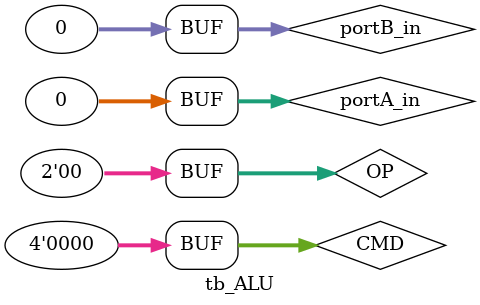
<source format=v>
`timescale 1ns / 1ps


module tb_ALU;

	// Inputs
	reg [31:0] portA_in;
	reg [31:0] portB_in;
	reg [1:0] OP;
	reg [3:0] CMD;

	// Outputs
	wire [3:0] flags_out;
	wire [31:0] Result;

	

	initial begin
		// Initialize Inputs
		portA_in = 0;
		portB_in = 0;
		OP = 0;
		CMD = 0;

		// Wait 100 ns for global reset to finish
		#100;
        
		// Add stimulus here

	end
      
endmodule


</source>
